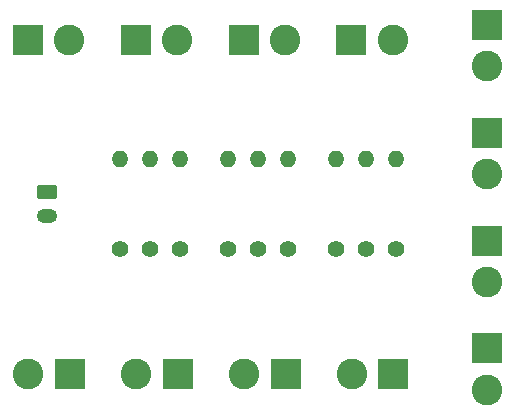
<source format=gts>
%TF.GenerationSoftware,KiCad,Pcbnew,(5.99.0-8961-g580ad8b18e)*%
%TF.CreationDate,2021-03-06T10:17:56-08:00*%
%TF.ProjectId,hugo_board,6875676f-5f62-46f6-9172-642e6b696361,rev?*%
%TF.SameCoordinates,Original*%
%TF.FileFunction,Soldermask,Top*%
%TF.FilePolarity,Negative*%
%FSLAX46Y46*%
G04 Gerber Fmt 4.6, Leading zero omitted, Abs format (unit mm)*
G04 Created by KiCad (PCBNEW (5.99.0-8961-g580ad8b18e)) date 2021-03-06 10:17:56*
%MOMM*%
%LPD*%
G01*
G04 APERTURE LIST*
G04 Aperture macros list*
%AMRoundRect*
0 Rectangle with rounded corners*
0 $1 Rounding radius*
0 $2 $3 $4 $5 $6 $7 $8 $9 X,Y pos of 4 corners*
0 Add a 4 corners polygon primitive as box body*
4,1,4,$2,$3,$4,$5,$6,$7,$8,$9,$2,$3,0*
0 Add four circle primitives for the rounded corners*
1,1,$1+$1,$2,$3*
1,1,$1+$1,$4,$5*
1,1,$1+$1,$6,$7*
1,1,$1+$1,$8,$9*
0 Add four rect primitives between the rounded corners*
20,1,$1+$1,$2,$3,$4,$5,0*
20,1,$1+$1,$4,$5,$6,$7,0*
20,1,$1+$1,$6,$7,$8,$9,0*
20,1,$1+$1,$8,$9,$2,$3,0*%
G04 Aperture macros list end*
%ADD10O,1.750000X1.200000*%
%ADD11RoundRect,0.250000X-0.625000X0.350000X-0.625000X-0.350000X0.625000X-0.350000X0.625000X0.350000X0*%
%ADD12C,2.600000*%
%ADD13R,2.600000X2.600000*%
%ADD14O,1.400000X1.400000*%
%ADD15C,1.400000*%
G04 APERTURE END LIST*
D10*
%TO.C,J7*%
X106082000Y-92186000D03*
D11*
X106082000Y-90186000D03*
%TD*%
D12*
%TO.C,SW3*%
X107922000Y-77269000D03*
D13*
X104422000Y-77269000D03*
%TD*%
D12*
%TO.C,SW2*%
X143330000Y-79502000D03*
D13*
X143330000Y-76002000D03*
%TD*%
D12*
%TO.C,SW1*%
X104478000Y-105611000D03*
D13*
X107978000Y-105611000D03*
%TD*%
D12*
%TO.C,J10*%
X135326000Y-77269000D03*
D13*
X131826000Y-77269000D03*
%TD*%
D12*
%TO.C,J9*%
X126210000Y-77269000D03*
D13*
X122710000Y-77269000D03*
%TD*%
D12*
%TO.C,J8*%
X117066000Y-77269000D03*
D13*
X113566000Y-77269000D03*
%TD*%
D12*
%TO.C,J6*%
X143300000Y-106906000D03*
D13*
X143300000Y-103406000D03*
%TD*%
D12*
%TO.C,J5*%
X143305000Y-97775000D03*
D13*
X143305000Y-94275000D03*
%TD*%
D12*
%TO.C,J4*%
X143330000Y-88646000D03*
D13*
X143330000Y-85146000D03*
%TD*%
D12*
%TO.C,J3*%
X131882000Y-105611000D03*
D13*
X135382000Y-105611000D03*
%TD*%
D12*
%TO.C,J2*%
X122766000Y-105611000D03*
D13*
X126266000Y-105611000D03*
%TD*%
D12*
%TO.C,J1*%
X113622000Y-105611000D03*
D13*
X117122000Y-105611000D03*
%TD*%
D14*
%TO.C,R9*%
X126492000Y-87376000D03*
D15*
X126492000Y-94996000D03*
%TD*%
D14*
%TO.C,R8*%
X123952000Y-87376000D03*
D15*
X123952000Y-94996000D03*
%TD*%
D14*
%TO.C,R7*%
X121412000Y-87376000D03*
D15*
X121412000Y-94996000D03*
%TD*%
D14*
%TO.C,R6*%
X135636000Y-87376000D03*
D15*
X135636000Y-94996000D03*
%TD*%
D14*
%TO.C,R5*%
X133096000Y-87376000D03*
D15*
X133096000Y-94996000D03*
%TD*%
D14*
%TO.C,R4*%
X130556000Y-87376000D03*
D15*
X130556000Y-94996000D03*
%TD*%
D14*
%TO.C,R3*%
X117348000Y-87376000D03*
D15*
X117348000Y-94996000D03*
%TD*%
D14*
%TO.C,R2*%
X114808000Y-87376000D03*
D15*
X114808000Y-94996000D03*
%TD*%
D14*
%TO.C,R1*%
X112268000Y-87376000D03*
D15*
X112268000Y-94996000D03*
%TD*%
M02*

</source>
